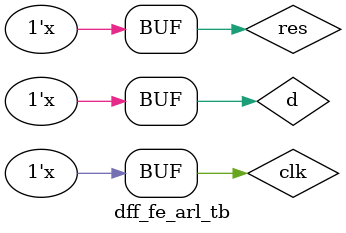
<source format=v>
`include "Hadif_B190513CS_Q01h.v"
module dff_fe_arl_tb;

wire q, q1;
reg clk, d, res;

dff_fe_arl dff1(q, q1, d, clk, res);

initial
begin
  clk=0;
  d=0;
  res=1;
  $dumpfile("dff.vcd");
  $dumpvars(0, dff1);
  $display("clk res d q q'");
  $monitor(" %b  %b  %b %b %b", clk, res, d, q, q1);
end

always #5 d = ~d;
always #3 clk = ~clk;
always #13 res = ~res;

endmodule
</source>
